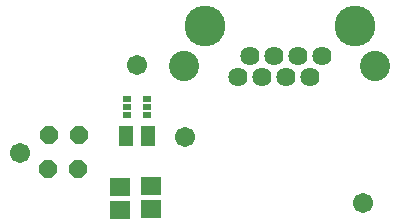
<source format=gbr>
G04 EAGLE Gerber X2 export*
%TF.Part,Single*%
%TF.FileFunction,Soldermask,Top,1*%
%TF.FilePolarity,Negative*%
%TF.GenerationSoftware,Autodesk,EAGLE,8.6.3*%
%TF.CreationDate,2019-03-24T10:02:58Z*%
G75*
%MOMM*%
%FSLAX34Y34*%
%LPD*%
%AMOC8*
5,1,8,0,0,1.08239X$1,22.5*%
G01*
%ADD10P,1.649562X8X202.500000*%
%ADD11R,1.303200X1.653200*%
%ADD12R,1.703200X1.503200*%
%ADD13R,0.753200X0.503200*%
%ADD14C,3.454400*%
%ADD15C,1.625600*%
%ADD16C,2.565400*%
%ADD17C,1.703200*%


D10*
X668000Y669700D03*
X642600Y669700D03*
X667500Y640600D03*
X642100Y640600D03*
D11*
X726500Y668300D03*
X708500Y668300D03*
D12*
X703000Y606000D03*
X703000Y625000D03*
X729500Y626000D03*
X729500Y607000D03*
D13*
X708750Y699500D03*
X708750Y693000D03*
X708750Y686500D03*
X726250Y699500D03*
X726250Y693000D03*
X726250Y686500D03*
D14*
X901700Y762000D03*
X774700Y762000D03*
D15*
X873760Y736600D03*
X863600Y718820D03*
X853440Y736600D03*
X843280Y718820D03*
X833120Y736600D03*
X822960Y718820D03*
X812800Y736600D03*
X802640Y718820D03*
D16*
X757174Y727710D03*
X919226Y727710D03*
D17*
X717000Y729000D03*
X758000Y667500D03*
X909000Y611500D03*
X618000Y654000D03*
M02*

</source>
